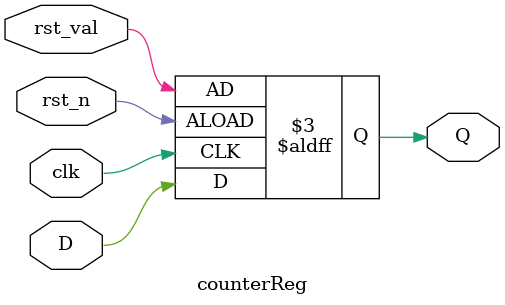
<source format=v>
module counterReg #(parameter BIT_SIZE = 1) (
	input [BIT_SIZE-1:0] D,
	output reg [BIT_SIZE-1:0] Q,
	input clk,
	input rst_n,
	input [BIT_SIZE-1:0] rst_val
	);
always @(posedge clk or negedge rst_n) begin
	if (~rst_n)
	Q <= rst_val;
	else
	Q <= D;
end
endmodule
</source>
